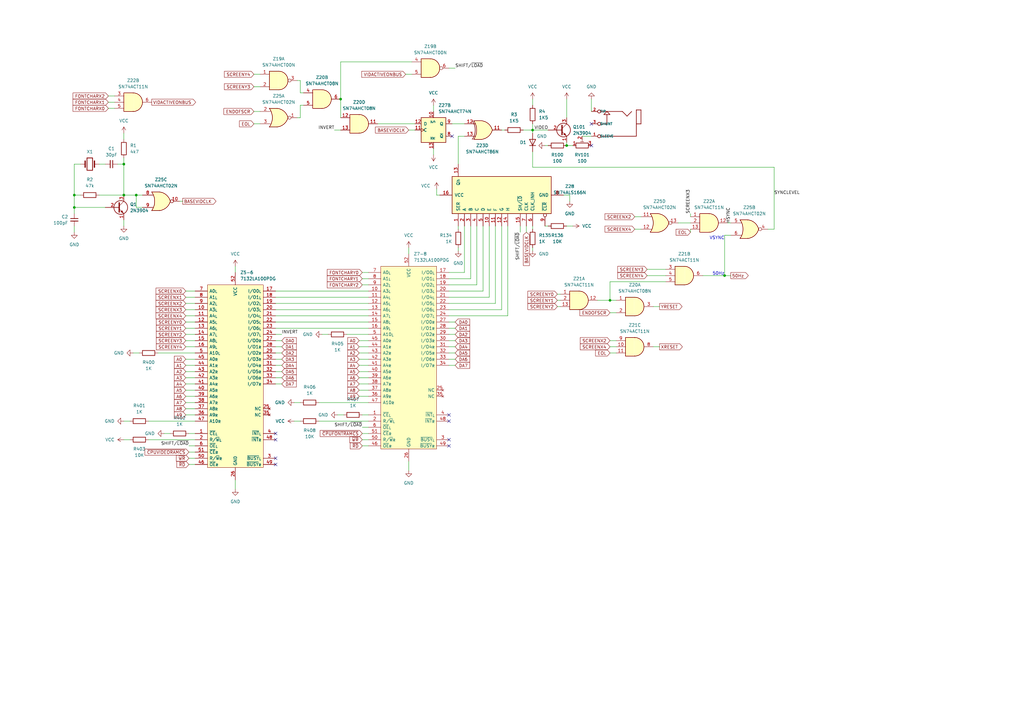
<source format=kicad_sch>
(kicad_sch (version 20211123) (generator eeschema)
  (paper "A3")
  (title_block (title "JupiterAce Z80 plus KIO and new memory format.") (date "2020-05-12") (rev "${REVNUM}") (company "Ontobus") (comment 1 "John Bradley") (comment 2 "https://creativecommons.org/licenses/by-nc-sa/4.0/") (comment 3 "Attribution-NonCommercial-ShareAlike 4.0 International License.") (comment 4 "This work is licensed under a Creative Commons "))
  (junction (at 50.8 67.31))
  (junction (at 297.18 113.03))
  (junction (at 250.19 123.19))
  (junction (at 139.7 40.64))
  (junction (at 30.48 85.09))
  (junction (at 50.8 80.01))
  (junction (at 55.88 80.01))
  (junction (at 218.44 53.34))
  (junction (at 30.48 80.01))
  (junction (at 232.41 59.69))
  (no_connect (at 242.57 59.69))
  (no_connect (at 242.57 50.8))
  (no_connect (at 184.15 182.88))
  (no_connect (at 184.15 180.34))
  (no_connect (at 184.15 172.72))
  (no_connect (at 184.15 170.18))
  (no_connect (at 113.03 190.5))
  (no_connect (at 113.03 187.96))
  (no_connect (at 113.03 180.34))
  (no_connect (at 113.03 177.8))
  (no_connect (at 185.42 55.88))
  (wire (pts (xy 73.66 82.55) (xy 74.93 82.55)))
  (wire (pts (xy 317.5 68.58) (xy 317.5 93.98)))
  (wire (pts (xy 184.15 119.38) (xy 198.12 119.38)))
  (wire (pts (xy 80.01 134.62) (xy 76.2 134.62)))
  (wire (pts (xy 151.13 144.78) (xy 147.32 144.78)))
  (wire (pts (xy 184.15 144.78) (xy 186.69 144.78)))
  (wire (pts (xy 215.9 92.71) (xy 215.9 95.25)))
  (wire (pts (xy 195.58 92.71) (xy 195.58 116.84)))
  (wire (pts (xy 267.97 125.73) (xy 270.51 125.73)))
  (wire (pts (xy 187.96 55.88) (xy 190.5 55.88)))
  (wire (pts (xy 113.03 124.46) (xy 151.13 124.46)))
  (wire (pts (xy 299.72 96.52) (xy 297.18 96.52)))
  (wire (pts (xy 53.34 172.72) (xy 50.8 172.72)))
  (wire (pts (xy 229.87 123.19) (xy 228.6 123.19)))
  (wire (pts (xy 96.52 111.76) (xy 96.52 109.22)))
  (wire (pts (xy 151.13 147.32) (xy 147.32 147.32)))
  (wire (pts (xy 283.21 88.9) (xy 283.21 87.63)))
  (wire (pts (xy 297.18 96.52) (xy 297.18 113.03)))
  (wire (pts (xy 151.13 139.7) (xy 147.32 139.7)))
  (wire (pts (xy 262.89 93.98) (xy 260.35 93.98)))
  (wire (pts (xy 30.48 95.25) (xy 30.48 92.71)))
  (wire (pts (xy 137.16 53.34) (xy 139.7 53.34)))
  (wire (pts (xy 283.21 93.98) (xy 283.21 95.25)))
  (wire (pts (xy 198.12 92.71) (xy 198.12 119.38)))
  (wire (pts (xy 213.36 92.71) (xy 213.36 95.25)))
  (wire (pts (xy 148.59 177.8) (xy 151.13 177.8)))
  (wire (pts (xy 184.15 27.94) (xy 186.69 27.94)))
  (wire (pts (xy 187.96 67.31) (xy 187.96 55.88)))
  (wire (pts (xy 147.32 154.94) (xy 151.13 154.94)))
  (wire (pts (xy 113.03 152.4) (xy 115.57 152.4)))
  (wire (pts (xy 224.79 59.69) (xy 223.52 59.69)))
  (wire (pts (xy 267.97 142.24) (xy 270.51 142.24)))
  (wire (pts (xy 139.7 25.4) (xy 168.91 25.4)))
  (wire (pts (xy 177.8 45.72) (xy 177.8 43.18)))
  (wire (pts (xy 44.45 41.91) (xy 46.99 41.91)))
  (wire (pts (xy 252.73 123.19) (xy 250.19 123.19)))
  (wire (pts (xy 40.64 67.31) (xy 43.18 67.31)))
  (wire (pts (xy 142.24 137.16) (xy 151.13 137.16)))
  (wire (pts (xy 55.88 85.09) (xy 55.88 80.01)))
  (wire (pts (xy 80.01 187.96) (xy 77.47 187.96)))
  (wire (pts (xy 184.15 139.7) (xy 186.69 139.7)))
  (wire (pts (xy 64.77 144.78) (xy 80.01 144.78)))
  (wire (pts (xy 60.96 180.34) (xy 80.01 180.34)))
  (wire (pts (xy 113.03 154.94) (xy 115.57 154.94)))
  (wire (pts (xy 232.41 48.26) (xy 232.41 40.64)))
  (wire (pts (xy 184.15 132.08) (xy 186.69 132.08)))
  (wire (pts (xy 250.19 123.19) (xy 250.19 115.57)))
  (wire (pts (xy 193.04 114.3) (xy 184.15 114.3)))
  (wire (pts (xy 228.6 125.73) (xy 229.87 125.73)))
  (wire (pts (xy 113.03 134.62) (xy 151.13 134.62)))
  (wire (pts (xy 147.32 162.56) (xy 151.13 162.56)))
  (wire (pts (xy 123.19 38.1) (xy 123.19 33.02)))
  (wire (pts (xy 265.43 113.03) (xy 273.05 113.03)))
  (wire (pts (xy 53.34 180.34) (xy 50.8 180.34)))
  (wire (pts (xy 124.46 38.1) (xy 123.19 38.1)))
  (wire (pts (xy 77.47 182.88) (xy 80.01 182.88)))
  (wire (pts (xy 80.01 160.02) (xy 76.2 160.02)))
  (wire (pts (xy 184.15 134.62) (xy 186.69 134.62)))
  (wire (pts (xy 205.74 53.34) (xy 207.01 53.34)))
  (wire (pts (xy 184.15 127) (xy 205.74 127)))
  (wire (pts (xy 148.59 114.3) (xy 151.13 114.3)))
  (wire (pts (xy 167.64 189.23) (xy 167.64 193.04)))
  (wire (pts (xy 218.44 68.58) (xy 317.5 68.58)))
  (wire (pts (xy 242.57 40.64) (xy 242.57 45.72)))
  (wire (pts (xy 232.41 59.69) (xy 234.95 59.69)))
  (wire (pts (xy 299.72 91.44) (xy 298.45 91.44)))
  (wire (pts (xy 96.52 196.85) (xy 96.52 200.66)))
  (wire (pts (xy 80.01 152.4) (xy 76.2 152.4)))
  (wire (pts (xy 134.62 137.16) (xy 132.08 137.16)))
  (wire (pts (xy 218.44 53.34) (xy 224.79 53.34)))
  (wire (pts (xy 184.15 137.16) (xy 186.69 137.16)))
  (wire (pts (xy 184.15 142.24) (xy 186.69 142.24)))
  (wire (pts (xy 148.59 170.18) (xy 151.13 170.18)))
  (wire (pts (xy 151.13 149.86) (xy 147.32 149.86)))
  (wire (pts (xy 187.96 101.6) (xy 187.96 102.87)))
  (wire (pts (xy 77.47 185.42) (xy 80.01 185.42)))
  (wire (pts (xy 80.01 154.94) (xy 76.2 154.94)))
  (wire (pts (xy 278.13 91.44) (xy 283.21 91.44)))
  (wire (pts (xy 30.48 67.31) (xy 30.48 80.01)))
  (wire (pts (xy 123.19 43.18) (xy 123.19 48.26)))
  (wire (pts (xy 232.41 92.71) (xy 234.95 92.71)))
  (wire (pts (xy 69.85 177.8) (xy 67.31 177.8)))
  (wire (pts (xy 55.88 80.01) (xy 58.42 80.01)))
  (wire (pts (xy 231.14 80.01) (xy 233.68 80.01)))
  (wire (pts (xy 113.03 137.16) (xy 115.57 137.16)))
  (wire (pts (xy 80.01 149.86) (xy 76.2 149.86)))
  (wire (pts (xy 140.97 170.18) (xy 138.43 170.18)))
  (wire (pts (xy 177.8 60.96) (xy 177.8 63.5)))
  (wire (pts (xy 184.15 124.46) (xy 203.2 124.46)))
  (wire (pts (xy 184.15 149.86) (xy 186.69 149.86)))
  (wire (pts (xy 80.01 147.32) (xy 76.2 147.32)))
  (wire (pts (xy 113.03 132.08) (xy 151.13 132.08)))
  (wire (pts (xy 76.2 162.56) (xy 80.01 162.56)))
  (wire (pts (xy 218.44 40.64) (xy 218.44 43.18)))
  (wire (pts (xy 106.68 30.48) (xy 104.14 30.48)))
  (wire (pts (xy 184.15 116.84) (xy 195.58 116.84)))
  (wire (pts (xy 48.26 67.31) (xy 50.8 67.31)))
  (wire (pts (xy 113.03 119.38) (xy 151.13 119.38)))
  (wire (pts (xy 50.8 57.15) (xy 50.8 54.61)))
  (wire (pts (xy 80.01 129.54) (xy 76.2 129.54)))
  (wire (pts (xy 228.6 120.65) (xy 229.87 120.65)))
  (wire (pts (xy 113.03 127) (xy 151.13 127)))
  (wire (pts (xy 50.8 90.17) (xy 50.8 92.71)))
  (wire (pts (xy 184.15 121.92) (xy 200.66 121.92)))
  (wire (pts (xy 232.41 58.42) (xy 232.41 59.69)))
  (wire (pts (xy 167.64 53.34) (xy 170.18 53.34)))
  (wire (pts (xy 190.5 92.71) (xy 190.5 111.76)))
  (wire (pts (xy 148.59 175.26) (xy 151.13 175.26)))
  (wire (pts (xy 80.01 132.08) (xy 76.2 132.08)))
  (wire (pts (xy 187.96 93.98) (xy 187.96 92.71)))
  (wire (pts (xy 113.03 144.78) (xy 115.57 144.78)))
  (wire (pts (xy 30.48 85.09) (xy 30.48 87.63)))
  (wire (pts (xy 193.04 92.71) (xy 193.04 114.3)))
  (wire (pts (xy 121.92 48.26) (xy 123.19 48.26)))
  (wire (pts (xy 123.19 165.1) (xy 120.65 165.1)))
  (wire (pts (xy 57.15 144.78) (xy 54.61 144.78)))
  (wire (pts (xy 50.8 64.77) (xy 50.8 67.31)))
  (wire (pts (xy 46.99 39.37) (xy 44.45 39.37)))
  (wire (pts (xy 151.13 142.24) (xy 147.32 142.24)))
  (wire (pts (xy 80.01 121.92) (xy 76.2 121.92)))
  (wire (pts (xy 50.8 80.01) (xy 55.88 80.01)))
  (wire (pts (xy 250.19 142.24) (xy 252.73 142.24)))
  (wire (pts (xy 288.29 113.03) (xy 297.18 113.03)))
  (wire (pts (xy 148.59 111.76) (xy 151.13 111.76)))
  (wire (pts (xy 218.44 92.71) (xy 218.44 93.98)))
  (wire (pts (xy 113.03 157.48) (xy 115.57 157.48)))
  (wire (pts (xy 130.81 165.1) (xy 151.13 165.1)))
  (wire (pts (xy 113.03 149.86) (xy 115.57 149.86)))
  (wire (pts (xy 80.01 137.16) (xy 76.2 137.16)))
  (wire (pts (xy 218.44 101.6) (xy 218.44 102.87)))
  (wire (pts (xy 151.13 182.88) (xy 148.59 182.88)))
  (wire (pts (xy 151.13 152.4) (xy 147.32 152.4)))
  (wire (pts (xy 80.01 127) (xy 76.2 127)))
  (wire (pts (xy 218.44 54.61) (xy 218.44 53.34)))
  (wire (pts (xy 190.5 50.8) (xy 185.42 50.8)))
  (wire (pts (xy 113.03 147.32) (xy 115.57 147.32)))
  (wire (pts (xy 151.13 180.34) (xy 148.59 180.34)))
  (wire (pts (xy 139.7 25.4) (xy 139.7 40.64)))
  (wire (pts (xy 77.47 177.8) (xy 80.01 177.8)))
  (wire (pts (xy 106.68 50.8) (xy 104.14 50.8)))
  (wire (pts (xy 218.44 62.23) (xy 218.44 68.58)))
  (wire (pts (xy 147.32 160.02) (xy 151.13 160.02)))
  (wire (pts (xy 30.48 80.01) (xy 33.02 80.01)))
  (wire (pts (xy 106.68 45.72) (xy 104.14 45.72)))
  (wire (pts (xy 250.19 115.57) (xy 273.05 115.57)))
  (wire (pts (xy 80.01 124.46) (xy 76.2 124.46)))
  (wire (pts (xy 80.01 157.48) (xy 76.2 157.48)))
  (wire (pts (xy 205.74 92.71) (xy 205.74 127)))
  (wire (pts (xy 148.59 116.84) (xy 151.13 116.84)))
  (wire (pts (xy 60.96 172.72) (xy 80.01 172.72)))
  (wire (pts (xy 223.52 92.71) (xy 224.79 92.71)))
  (wire (pts (xy 242.57 55.88) (xy 238.76 55.88)))
  (wire (pts (xy 314.96 93.98) (xy 317.5 93.98)))
  (wire (pts (xy 262.89 88.9) (xy 260.35 88.9)))
  (wire (pts (xy 147.32 157.48) (xy 151.13 157.48)))
  (wire (pts (xy 30.48 80.01) (xy 30.48 85.09)))
  (wire (pts (xy 123.19 172.72) (xy 120.65 172.72)))
  (wire (pts (xy 184.15 129.54) (xy 208.28 129.54)))
  (wire (pts (xy 76.2 165.1) (xy 80.01 165.1)))
  (wire (pts (xy 124.46 43.18) (xy 123.19 43.18)))
  (wire (pts (xy 179.07 80.01) (xy 179.07 77.47)))
  (wire (pts (xy 167.64 104.14) (xy 167.64 101.6)))
  (wire (pts (xy 214.63 53.34) (xy 218.44 53.34)))
  (wire (pts (xy 250.19 139.7) (xy 252.73 139.7)))
  (wire (pts (xy 40.64 80.01) (xy 50.8 80.01)))
  (wire (pts (xy 233.68 82.55) (xy 233.68 80.01)))
  (wire (pts (xy 139.7 40.64) (xy 139.7 48.26)))
  (wire (pts (xy 46.99 44.45) (xy 44.45 44.45)))
  (wire (pts (xy 180.34 80.01) (xy 179.07 80.01)))
  (wire (pts (xy 113.03 139.7) (xy 115.57 139.7)))
  (wire (pts (xy 113.03 142.24) (xy 115.57 142.24)))
  (wire (pts (xy 113.03 121.92) (xy 151.13 121.92)))
  (wire (pts (xy 208.28 92.71) (xy 208.28 129.54)))
  (wire (pts (xy 203.2 92.71) (xy 203.2 124.46)))
  (wire (pts (xy 154.94 50.8) (xy 170.18 50.8)))
  (wire (pts (xy 130.81 172.72) (xy 151.13 172.72)))
  (wire (pts (xy 184.15 111.76) (xy 190.5 111.76)))
  (wire (pts (xy 80.01 142.24) (xy 76.2 142.24)))
  (wire (pts (xy 30.48 67.31) (xy 33.02 67.31)))
  (wire (pts (xy 123.19 33.02) (xy 121.92 33.02)))
  (wire (pts (xy 265.43 110.49) (xy 273.05 110.49)))
  (wire (pts (xy 250.19 144.78) (xy 252.73 144.78)))
  (wire (pts (xy 297.18 113.03) (xy 299.72 113.03)))
  (wire (pts (xy 80.01 139.7) (xy 76.2 139.7)))
  (wire (pts (xy 166.37 30.48) (xy 168.91 30.48)))
  (wire (pts (xy 184.15 147.32) (xy 186.69 147.32)))
  (wire (pts (xy 76.2 170.18) (xy 80.01 170.18)))
  (wire (pts (xy 252.73 128.27) (xy 250.19 128.27)))
  (wire (pts (xy 50.8 67.31) (xy 50.8 80.01)))
  (wire (pts (xy 80.01 190.5) (xy 77.47 190.5)))
  (wire (pts (xy 30.48 85.09) (xy 43.18 85.09)))
  (wire (pts (xy 106.68 35.56) (xy 104.14 35.56)))
  (wire (pts (xy 200.66 92.71) (xy 200.66 121.92)))
  (wire (pts (xy 113.03 129.54) (xy 151.13 129.54)))
  (wire (pts (xy 250.19 123.19) (xy 245.11 123.19)))
  (wire (pts (xy 80.01 119.38) (xy 76.2 119.38)))
  (wire (pts (xy 218.44 50.8) (xy 218.44 53.34)))
  (wire (pts (xy 76.2 167.64) (xy 80.01 167.64)))
  (wire (pts (xy 55.88 85.09) (xy 58.42 85.09)))
  (text "50Hz" (at 297.18 113.03 180) (effects (font (size 1.27 1.27)) (justify right bottom)))
  (text "VSYNC" (at 297.18 98.425 180) (effects (font (size 1.27 1.27)) (justify right bottom)))
  (label "SCREENX3" (at 283.21 87.63 90))
  (label "SHIFT{slash}~{LOAD}" (at 77.47 182.88 180))
  (label "HSYNC" (at 299.72 91.44 90))
  (label "SYNCLEVEL" (at 317.5 80.01 0))
  (label "SHIFT{slash}~{LOAD}" (at 186.69 27.94 0))
  (label "INVERT" (at 137.16 53.34 180))
  (label "VIDEO" (at 224.79 53.34 0))
  (label "SHIFT{slash}~{LOAD}" (at 213.36 95.25 270))
  (label "SHIFT{slash}~{LOAD}" (at 148.59 175.26 180))
  (label "INVERT" (at 115.57 137.16 0))
  (global_label "A0" (shape input) (at 147.32 139.7 180) (property "Intersheet References" "${INTERSHEET_REFS}" (at 142.6977 139.6206 0) (effects (justify right))))
  (global_label "~{WR}" (shape input) (at 77.47 187.96 180) (property "Intersheet References" "${INTERSHEET_REFS}" (at 72.4244 187.8806 0) (effects (justify right))))
  (global_label "SCREENX3" (shape input) (at 76.2 127 180) (property "Intersheet References" "${INTERSHEET_REFS}" (at 64.0787 126.9206 0) (effects (justify right))))
  (global_label "A3" (shape input) (at 76.2 154.94 180) (property "Intersheet References" "${INTERSHEET_REFS}" (at 71.5777 154.8606 0) (effects (justify right))))
  (global_label "~{CPUVIDEORAMCS}" (shape input) (at 77.47 185.42 180) (property "Intersheet References" "${INTERSHEET_REFS}" (at 59.5429 185.3406 0) (effects (justify right))))
  (global_label "ENDOFSCR" (shape input) (at 104.14 45.72 180) (property "Intersheet References" "${INTERSHEET_REFS}" (at 91.8977 45.6406 0) (effects (justify right))))
  (global_label "DA0" (shape input) (at 115.57 139.7 0) (property "Intersheet References" "${INTERSHEET_REFS}" (at 121.4623 139.6206 0) (effects (justify left))))
  (global_label "~{RD}" (shape input) (at 77.47 190.5 180) (property "Intersheet References" "${INTERSHEET_REFS}" (at 72.6058 190.4206 0) (effects (justify right))))
  (global_label "DA3" (shape input) (at 115.57 147.32 0) (property "Intersheet References" "${INTERSHEET_REFS}" (at 121.4623 147.2406 0) (effects (justify left))))
  (global_label "~{CPUFONTRAMCS}" (shape input) (at 148.59 177.8 180) (property "Intersheet References" "${INTERSHEET_REFS}" (at 131.3887 177.7206 0) (effects (justify right))))
  (global_label "SCREENX4" (shape input) (at 260.35 93.98 180) (property "Intersheet References" "${INTERSHEET_REFS}" (at 248.2287 93.9006 0) (effects (justify right))))
  (global_label "SCREENY2" (shape input) (at 76.2 137.16 180) (property "Intersheet References" "${INTERSHEET_REFS}" (at 64.1996 137.0806 0) (effects (justify right))))
  (global_label "DA7" (shape input) (at 115.57 157.48 0) (property "Intersheet References" "${INTERSHEET_REFS}" (at 121.4623 157.4006 0) (effects (justify left))))
  (global_label "A7" (shape input) (at 76.2 165.1 180) (property "Intersheet References" "${INTERSHEET_REFS}" (at 71.5777 165.0206 0) (effects (justify right))))
  (global_label "DA4" (shape input) (at 186.69 142.24 0) (property "Intersheet References" "${INTERSHEET_REFS}" (at 192.5823 142.1606 0) (effects (justify left))))
  (global_label "DA5" (shape input) (at 186.69 144.78 0) (property "Intersheet References" "${INTERSHEET_REFS}" (at 192.5823 144.7006 0) (effects (justify left))))
  (global_label "SCREENY2" (shape input) (at 228.6 125.73 180) (property "Intersheet References" "${INTERSHEET_REFS}" (at 216.5996 125.6506 0) (effects (justify right))))
  (global_label "DA3" (shape input) (at 186.69 139.7 0) (property "Intersheet References" "${INTERSHEET_REFS}" (at 192.5823 139.6206 0) (effects (justify left))))
  (global_label "DA0" (shape input) (at 186.69 132.08 0) (property "Intersheet References" "${INTERSHEET_REFS}" (at 192.5823 132.0006 0) (effects (justify left))))
  (global_label "~{RD}" (shape input) (at 148.59 182.88 180) (property "Intersheet References" "${INTERSHEET_REFS}" (at 143.7258 182.8006 0) (effects (justify right))))
  (global_label "A6" (shape input) (at 76.2 162.56 180) (property "Intersheet References" "${INTERSHEET_REFS}" (at 71.5777 162.4806 0) (effects (justify right))))
  (global_label "FONTCHARX2" (shape input) (at 44.45 39.37 180) (property "Intersheet References" "${INTERSHEET_REFS}" (at 30.0306 39.2906 0) (effects (justify right))))
  (global_label "FONTCHARY0" (shape input) (at 148.59 111.76 180) (property "Intersheet References" "${INTERSHEET_REFS}" (at 134.2915 111.6806 0) (effects (justify right))))
  (global_label "DA6" (shape input) (at 115.57 154.94 0) (property "Intersheet References" "${INTERSHEET_REFS}" (at 121.4623 154.8606 0) (effects (justify left))))
  (global_label "A4" (shape input) (at 76.2 157.48 180) (property "Intersheet References" "${INTERSHEET_REFS}" (at 71.5777 157.4006 0) (effects (justify right))))
  (global_label "ENDOFSCR" (shape input) (at 250.19 128.27 180) (property "Intersheet References" "${INTERSHEET_REFS}" (at 237.9477 128.1906 0) (effects (justify right))))
  (global_label "XRESET" (shape output) (at 270.51 142.24 0) (property "Intersheet References" "${INTERSHEET_REFS}" (at 279.789 142.1606 0) (effects (justify left))))
  (global_label "DA4" (shape input) (at 115.57 149.86 0) (property "Intersheet References" "${INTERSHEET_REFS}" (at 121.4623 149.7806 0) (effects (justify left))))
  (global_label "A8" (shape input) (at 147.32 160.02 180) (property "Intersheet References" "${INTERSHEET_REFS}" (at 142.6977 159.9406 0) (effects (justify right))))
  (global_label "YRESET" (shape output) (at 270.51 125.73 0) (property "Intersheet References" "${INTERSHEET_REFS}" (at 279.668 125.6506 0) (effects (justify left))))
  (global_label "A4" (shape input) (at 147.32 149.86 180) (property "Intersheet References" "${INTERSHEET_REFS}" (at 142.6977 149.7806 0) (effects (justify right))))
  (global_label "FONTCHARY1" (shape input) (at 148.59 114.3 180) (property "Intersheet References" "${INTERSHEET_REFS}" (at 134.2915 114.2206 0) (effects (justify right))))
  (global_label "DA2" (shape input) (at 115.57 144.78 0) (property "Intersheet References" "${INTERSHEET_REFS}" (at 121.4623 144.7006 0) (effects (justify left))))
  (global_label "SCREENY4" (shape input) (at 265.43 113.03 180) (property "Intersheet References" "${INTERSHEET_REFS}" (at 253.4296 112.9506 0) (effects (justify right))))
  (global_label "VIDACTIVEONBUS" (shape input) (at 166.37 30.48 180) (property "Intersheet References" "${INTERSHEET_REFS}" (at 148.4429 30.4006 0) (effects (justify right))))
  (global_label "EOL" (shape input) (at 104.14 50.8 180) (property "Intersheet References" "${INTERSHEET_REFS}" (at 98.3082 50.7206 0) (effects (justify right))))
  (global_label "SCREENY0" (shape input) (at 228.6 120.65 180) (property "Intersheet References" "${INTERSHEET_REFS}" (at 216.5996 120.5706 0) (effects (justify right))))
  (global_label "DA1" (shape input) (at 186.69 134.62 0) (property "Intersheet References" "${INTERSHEET_REFS}" (at 192.5823 134.5406 0) (effects (justify left))))
  (global_label "A5" (shape input) (at 147.32 152.4 180) (property "Intersheet References" "${INTERSHEET_REFS}" (at 142.6977 152.3206 0) (effects (justify right))))
  (global_label "SCREENX2" (shape input) (at 76.2 124.46 180) (property "Intersheet References" "${INTERSHEET_REFS}" (at 64.0787 124.3806 0) (effects (justify right))))
  (global_label "A8" (shape input) (at 76.2 167.64 180) (property "Intersheet References" "${INTERSHEET_REFS}" (at 71.5777 167.5606 0) (effects (justify right))))
  (global_label "A6" (shape input) (at 147.32 154.94 180) (property "Intersheet References" "${INTERSHEET_REFS}" (at 142.6977 154.8606 0) (effects (justify right))))
  (global_label "SCREENY3" (shape input) (at 265.43 110.49 180) (property "Intersheet References" "${INTERSHEET_REFS}" (at 253.4296 110.4106 0) (effects (justify right))))
  (global_label "A2" (shape input) (at 76.2 152.4 180) (property "Intersheet References" "${INTERSHEET_REFS}" (at 71.5777 152.3206 0) (effects (justify right))))
  (global_label "A5" (shape input) (at 76.2 160.02 180) (property "Intersheet References" "${INTERSHEET_REFS}" (at 71.5777 159.9406 0) (effects (justify right))))
  (global_label "FONTCHARX1" (shape input) (at 44.45 41.91 180) (property "Intersheet References" "${INTERSHEET_REFS}" (at 30.0306 41.8306 0) (effects (justify right))))
  (global_label "A9" (shape input) (at 76.2 170.18 180) (property "Intersheet References" "${INTERSHEET_REFS}" (at 71.5777 170.1006 0) (effects (justify right))))
  (global_label "BASEVIDCLK" (shape input) (at 215.9 95.25 270) (property "Intersheet References" "${INTERSHEET_REFS}" (at 215.8206 108.8228 90) (effects (justify right))))
  (global_label "EOL" (shape input) (at 283.21 95.25 180) (property "Intersheet References" "${INTERSHEET_REFS}" (at 277.3782 95.1706 0) (effects (justify right))))
  (global_label "DA5" (shape input) (at 115.57 152.4 0) (property "Intersheet References" "${INTERSHEET_REFS}" (at 121.4623 152.3206 0) (effects (justify left))))
  (global_label "SCREENY3" (shape input) (at 76.2 139.7 180) (property "Intersheet References" "${INTERSHEET_REFS}" (at 64.1996 139.6206 0) (effects (justify right))))
  (global_label "50Hz" (shape output) (at 299.72 113.03 0) (property "Intersheet References" "${INTERSHEET_REFS}" (at 306.8218 112.9506 0) (effects (justify left))))
  (global_label "BASEVIDCLK" (shape input) (at 167.64 53.34 180) (property "Intersheet References" "${INTERSHEET_REFS}" (at 154.0672 53.2606 0) (effects (justify right))))
  (global_label "DA2" (shape input) (at 186.69 137.16 0) (property "Intersheet References" "${INTERSHEET_REFS}" (at 192.5823 137.0806 0) (effects (justify left))))
  (global_label "SCREENY4" (shape input) (at 76.2 142.24 180) (property "Intersheet References" "${INTERSHEET_REFS}" (at 64.1996 142.1606 0) (effects (justify right))))
  (global_label "SCREENX0" (shape input) (at 76.2 119.38 180) (property "Intersheet References" "${INTERSHEET_REFS}" (at 64.0787 119.3006 0) (effects (justify right))))
  (global_label "SCREENX1" (shape input) (at 76.2 121.92 180) (property "Intersheet References" "${INTERSHEET_REFS}" (at 64.0787 121.8406 0) (effects (justify right))))
  (global_label "SCREENY1" (shape input) (at 76.2 134.62 180) (property "Intersheet References" "${INTERSHEET_REFS}" (at 64.1996 134.5406 0) (effects (justify right))))
  (global_label "SCREENX2" (shape input) (at 260.35 88.9 180) (property "Intersheet References" "${INTERSHEET_REFS}" (at 248.2287 88.8206 0) (effects (justify right))))
  (global_label "A1" (shape input) (at 147.32 142.24 180) (property "Intersheet References" "${INTERSHEET_REFS}" (at 142.6977 142.1606 0) (effects (justify right))))
  (global_label "BASEVIDCLK" (shape output) (at 74.93 82.55 0) (property "Intersheet References" "${INTERSHEET_REFS}" (at 88.5028 82.4706 0) (effects (justify left))))
  (global_label "SCREENX2" (shape input) (at 250.19 139.7 180) (property "Intersheet References" "${INTERSHEET_REFS}" (at 238.0687 139.6206 0) (effects (justify right))))
  (global_label "A3" (shape input) (at 147.32 147.32 180) (property "Intersheet References" "${INTERSHEET_REFS}" (at 142.6977 147.2406 0) (effects (justify right))))
  (global_label "SCREENX4" (shape input) (at 76.2 129.54 180) (property "Intersheet References" "${INTERSHEET_REFS}" (at 64.0787 129.4606 0) (effects (justify right))))
  (global_label "FONTCHARX0" (shape input) (at 44.45 44.45 180) (property "Intersheet References" "${INTERSHEET_REFS}" (at 30.0306 44.3706 0) (effects (justify right))))
  (global_label "DA6" (shape input) (at 186.69 147.32 0) (property "Intersheet References" "${INTERSHEET_REFS}" (at 192.5823 147.2406 0) (effects (justify left))))
  (global_label "SCREENY3" (shape input) (at 104.14 35.56 180) (property "Intersheet References" "${INTERSHEET_REFS}" (at 92.1396 35.4806 0) (effects (justify right))))
  (global_label "DA7" (shape input) (at 186.69 149.86 0) (property "Intersheet References" "${INTERSHEET_REFS}" (at 192.5823 149.7806 0) (effects (justify left))))
  (global_label "SCREENY0" (shape input) (at 76.2 132.08 180) (property "Intersheet References" "${INTERSHEET_REFS}" (at 64.1996 132.0006 0) (effects (justify right))))
  (global_label "EOL" (shape input) (at 250.19 144.78 180) (property "Intersheet References" "${INTERSHEET_REFS}" (at 244.3582 144.7006 0) (effects (justify right))))
  (global_label "SCREENY1" (shape input) (at 228.6 123.19 180) (property "Intersheet References" "${INTERSHEET_REFS}" (at 216.5996 123.1106 0) (effects (justify right))))
  (global_label "A9" (shape input) (at 147.32 162.56 180) (property "Intersheet References" "${INTERSHEET_REFS}" (at 142.6977 162.4806 0) (effects (justify right))))
  (global_label "VIDACTIVEONBUS" (shape output) (at 62.23 41.91 0) (property "Intersheet References" "${INTERSHEET_REFS}" (at 80.1571 41.8306 0) (effects (justify left))))
  (global_label "A7" (shape input) (at 147.32 157.48 180) (property "Intersheet References" "${INTERSHEET_REFS}" (at 142.6977 157.4006 0) (effects (justify right))))
  (global_label "A0" (shape input) (at 76.2 147.32 180) (property "Intersheet References" "${INTERSHEET_REFS}" (at 71.5777 147.2406 0) (effects (justify right))))
  (global_label "A1" (shape input) (at 76.2 149.86 180) (property "Intersheet References" "${INTERSHEET_REFS}" (at 71.5777 149.7806 0) (effects (justify right))))
  (global_label "A2" (shape input) (at 147.32 144.78 180) (property "Intersheet References" "${INTERSHEET_REFS}" (at 142.6977 144.7006 0) (effects (justify right))))
  (global_label "SCREENX4" (shape input) (at 250.19 142.24 180) (property "Intersheet References" "${INTERSHEET_REFS}" (at 238.0687 142.1606 0) (effects (justify right))))
  (global_label "SCREENY4" (shape input) (at 104.14 30.48 180) (property "Intersheet References" "${INTERSHEET_REFS}" (at 92.1396 30.4006 0) (effects (justify right))))
  (global_label "DA1" (shape input) (at 115.57 142.24 0) (property "Intersheet References" "${INTERSHEET_REFS}" (at 121.4623 142.1606 0) (effects (justify left))))
  (global_label "~{WR}" (shape input) (at 148.59 180.34 180) (property "Intersheet References" "${INTERSHEET_REFS}" (at 143.5444 180.2606 0) (effects (justify right))))
  (global_label "FONTCHARY2" (shape input) (at 148.59 116.84 180) (property "Intersheet References" "${INTERSHEET_REFS}" (at 134.2915 116.7606 0) (effects (justify right))))
  (symbol (lib_id "ExtraSymbols:IDT71321-421-52PIN-PLCC") (at 80.01 119.38 0) (unit 1)
    (property "Reference" "Z5-6" (at 98.5394 111.76 0) (effects (justify left)))
    (property "Value" "7132LA100PDG" (at 98.5394 114.3 0) (effects (justify left)))
    (property "Footprint" "ExtraFootprints:PLCC-52_THT-Socket" (effects hide))
    (property "Datasheet" "https://www.idt.com/document/dst/71321421-datasheet" (effects hide))
    (property "Manufacturer_Name" "IDT (Integrated Device Technology)" (effects hide))
    (property "Manufacturer_Part_Number" "7132LA100PDG" (effects hide))
    (property "Description" "SRAM 2K x 8 Dual-Port RAM Memory & Logic/ Master" (effects hide))
    (property "Height" "3.8" (effects hide))
  )
  (symbol (lib_id "power:GND") (at 242.57 40.64 180) (unit 1)
    (property "Reference" "#~SUPPLY0102" (effects hide))
    (property "Value" "GND" (at 242.57 35.56 0))
  )
  (symbol (lib_id "Transistor_BJT:2N3904") (at 229.87 53.34 0) (unit 1)
    (property "Reference" "Q101" (at 234.95 52.0699 0) (effects (justify left)))
    (property "Value" "2N3904" (at 234.95 54.6099 0) (effects (justify left)))
    (property "Footprint" "Package_TO_SOT_THT:TO-92_Inline" (effects hide))
    (property "Datasheet" "https://www.onsemi.com/pub/Collateral/2N3903-D.PDF" (effects hide))
    (property "Manufacturer_Part_Number" "2N3904" (effects hide))
  )
  (symbol (lib_id "power:GND") (at 223.52 59.69 270) (unit 1)
    (property "Reference" "#~SUPPLY0101" (effects hide))
    (property "Value" "GND" (at 222.25 55.88 90))
  )
  (symbol (lib_id "power:VCC") (at 232.41 40.64 0) (unit 1)
    (property "Reference" "#~P+0101" (effects hide))
    (property "Value" "VCC" (at 232.41 35.56 0))
  )
  (symbol (lib_id "Device:R") (at 228.6 59.69 270) (unit 1)
    (property "Reference" "R100" (at 228.6 63.5 90))
    (property "Value" "100" (at 228.6 66.04 90))
    (property "Footprint" "Resistor_THT:R_Axial_DIN0204_L3.6mm_D1.6mm_P1.90mm_Vertical" (effects hide))
    (property "Manufacturer_Name" "Vishay" (effects hide))
    (property "Manufacturer_Part_Number" "MBA02040C1000FRP00 " (effects hide))
  )
  (symbol (lib_id "power:VCC") (at 96.52 109.22 0) (unit 1)
    (property "Reference" "#~PWR0166" (effects hide))
    (property "Value" "VCC" (at 96.52 104.14 0))
  )
  (symbol (lib_id "ExtraSymbols:IDT71321-421-52PIN-PLCC") (at 151.13 111.76 0) (unit 1)
    (property "Reference" "Z7-8" (at 169.6594 104.14 0) (effects (justify left)))
    (property "Value" "7132LA100PDG" (at 169.6594 106.68 0) (effects (justify left)))
    (property "Footprint" "ExtraFootprints:PLCC-52_THT-Socket" (effects hide))
    (property "Datasheet" "https://www.idt.com/document/dst/71321421-datasheet" (effects hide))
    (property "Manufacturer_Name" "IDT (Integrated Device Technology)" (effects hide))
    (property "Manufacturer_Part_Number" "7132LA100PDG" (effects hide))
    (property "Description" "SRAM 2K x 8 Dual-Port RAM Memory & Logic/ Master" (effects hide))
    (property "Height" "3.8" (effects hide))
  )
  (symbol (lib_id "power:GND") (at 96.52 200.66 0) (unit 1)
    (property "Reference" "#~PWR0168" (effects hide))
    (property "Value" "GND" (at 96.52 205.74 0))
  )
  (symbol (lib_id "Diode:1N4148") (at 218.44 58.42 90) (unit 1)
    (property "Reference" "D1" (at 215.9 58.4199 90) (effects (justify left)))
    (property "Value" "1N4148" (effects hide))
    (property "Footprint" "Diode_THT:D_DO-35_SOD27_P2.54mm_Vertical_AnodeUp" (effects hide))
    (property "Datasheet" "https://assets.nexperia.com/documents/data-sheet/1N4148_1N4448.pdf" (effects hide))
    (property "Manufacturer_Name" "ON Semiconductor" (effects hide))
    (property "Manufacturer_Part_Number" "1N4148" (effects hide))
  )
  (symbol (lib_id "Device:R_Potentiometer_Trim") (at 238.76 59.69 90) (unit 1)
    (property "Reference" "RV101" (at 238.76 63.5 90))
    (property "Value" "100" (at 238.76 66.04 90))
    (property "Footprint" "Potentiometer_THT:Potentiometer_Bourns_3296W_Vertical" (effects hide))
    (property "Manufacturer_Name" "Bourns" (effects hide))
    (property "Manufacturer_Part_Number" "3362H-1-101LF" (effects hide))
  )
  (symbol (lib_id "74xx:74LS74") (at 177.8 53.34 0) (unit 2)
    (property "Reference" "Z27" (at 179.8194 43.18 0) (effects (justify left)))
    (property "Value" "SN74AHCT74N" (at 179.8194 45.72 0) (effects (justify left)))
    (property "Footprint" "Package_DIP:DIP-14_W7.62mm" (effects hide))
    (property "Datasheet" "74xx/74hc_hct74.pdf" (effects hide))
    (property "Manufacturer_Part_Number" "SN74AHCT74N" (effects hide))
    (property "Manufacturer_Name" "Texas Instruments" (effects hide))
  )
  (symbol (lib_id "Device:R") (at 210.82 53.34 270) (unit 1)
    (property "Reference" "R3" (at 210.82 46.99 90))
    (property "Value" "1K5" (at 210.82 49.53 90))
    (property "Footprint" "Resistor_THT:R_Axial_DIN0204_L3.6mm_D1.6mm_P1.90mm_Vertical" (effects hide))
    (property "Manufacturer_Name" "Vishay" (effects hide))
    (property "Manufacturer_Part_Number" "MBA02040C1501FC100" (effects hide))
  )
  (symbol (lib_id "74xx:74LS00") (at 114.3 33.02 0) (unit 1)
    (property "Reference" "Z19" (at 114.3 24.13 0))
    (property "Value" "SN74AHCT00N" (at 114.3 26.67 0))
    (property "Footprint" "Package_DIP:DIP-14_W7.62mm" (effects hide))
    (property "Datasheet" "http://www.ti.com/lit/gpn/sn74ls00" (effects hide))
    (property "Manufacturer_Part_Number" "SN74AHCT00N" (effects hide))
    (property "Manufacturer_Name" "Texas Instruments" (effects hide))
  )
  (symbol (lib_id "74xx:74LS00") (at 176.53 27.94 0) (unit 2)
    (property "Reference" "Z19" (at 176.53 19.05 0))
    (property "Value" "SN74AHCT00N" (at 176.53 21.59 0))
    (property "Footprint" "Package_DIP:DIP-14_W7.62mm" (effects hide))
    (property "Datasheet" "http://www.ti.com/lit/gpn/sn74ls00" (effects hide))
    (property "Manufacturer_Part_Number" "SN74AHCT00N" (effects hide))
    (property "Manufacturer_Name" "Texas Instruments" (effects hide))
  )
  (symbol (lib_id "74xx:74LS02") (at 114.3 48.26 0) (unit 1)
    (property "Reference" "Z25" (at 114.3 39.37 0))
    (property "Value" "SN74AHCT02N" (at 114.3 41.91 0))
    (property "Footprint" "Package_DIP:DIP-14_W7.62mm" (effects hide))
    (property "Datasheet" "http://www.ti.com/lit/gpn/sn74ls02" (effects hide))
    (property "Manufacturer_Part_Number" "SN74AHCT02N" (effects hide))
    (property "Manufacturer_Name" "Texas Instruments" (effects hide))
  )
  (symbol (lib_id "74xx:74LS02") (at 307.34 93.98 0) (unit 2)
    (property "Reference" "Z25" (at 307.34 85.09 0))
    (property "Value" "SN74AHCT02N" (at 307.34 87.63 0))
    (property "Footprint" "Package_DIP:DIP-14_W7.62mm" (effects hide))
    (property "Datasheet" "http://www.ti.com/lit/gpn/sn74ls02" (effects hide))
    (property "Manufacturer_Part_Number" "SN74AHCT02N" (effects hide))
    (property "Manufacturer_Name" "Texas Instruments" (effects hide))
  )
  (symbol (lib_id "74xx:74LS02") (at 270.51 91.44 0) (unit 4)
    (property "Reference" "Z25" (at 270.51 82.55 0))
    (property "Value" "SN74AHCT02N" (at 270.51 85.09 0))
    (property "Footprint" "Package_DIP:DIP-14_W7.62mm" (effects hide))
    (property "Datasheet" "http://www.ti.com/lit/gpn/sn74ls02" (effects hide))
    (property "Manufacturer_Part_Number" "SN74AHCT02N" (effects hide))
    (property "Manufacturer_Name" "Texas Instruments" (effects hide))
  )
  (symbol (lib_id "power:VCC") (at 234.95 92.71 270) (unit 1)
    (property "Reference" "#~PWR0125" (effects hide))
    (property "Value" "VCC" (at 238.76 92.7099 90) (effects (justify left)))
  )
  (symbol (lib_id "power:GND") (at 187.96 102.87 0) (unit 1)
    (property "Reference" "#~PWR0126" (effects hide))
    (property "Value" "GND" (at 187.96 107.95 0))
  )
  (symbol (lib_id "74xx:74LS08") (at 260.35 125.73 0) (unit 1)
    (property "Reference" "Z20" (at 260.35 116.84 0))
    (property "Value" "SN74AHCT08N" (at 260.35 119.38 0))
    (property "Footprint" "Package_DIP:DIP-14_W7.62mm" (effects hide))
    (property "Datasheet" "http://www.ti.com/lit/gpn/sn74LS08" (effects hide))
    (property "Manufacturer_Part_Number" "SN74AHCT08N" (effects hide))
    (property "Manufacturer_Name" "Texas Instruments" (effects hide))
  )
  (symbol (lib_id "74xx:74LS08") (at 132.08 40.64 0) (unit 2)
    (property "Reference" "Z20" (at 132.08 31.75 0))
    (property "Value" "SN74AHCT08N" (at 132.08 34.29 0))
    (property "Footprint" "Package_DIP:DIP-14_W7.62mm" (effects hide))
    (property "Datasheet" "http://www.ti.com/lit/gpn/sn74LS08" (effects hide))
    (property "Manufacturer_Part_Number" "SN74AHCT08N" (effects hide))
    (property "Manufacturer_Name" "Texas Instruments" (effects hide))
  )
  (symbol (lib_id "74xx:74LS08") (at 147.32 50.8 0) (unit 4)
    (property "Reference" "Z20" (at 147.32 41.91 0))
    (property "Value" "SN74AHCT08N" (at 147.32 44.45 0))
    (property "Footprint" "Package_DIP:DIP-14_W7.62mm" (effects hide))
    (property "Datasheet" "http://www.ti.com/lit/gpn/sn74LS08" (effects hide))
    (property "Manufacturer_Part_Number" "SN74AHCT08N" (effects hide))
    (property "Manufacturer_Name" "Texas Instruments" (effects hide))
  )
  (symbol (lib_id "power:VCC") (at 179.07 77.47 0) (unit 1)
    (property "Reference" "#~PWR0111" (effects hide))
    (property "Value" "VCC" (at 176.53 76.1999 0) (effects (justify right)))
  )
  (symbol (lib_id "power:GND") (at 233.68 82.55 0) (unit 1)
    (property "Reference" "#~PWR0113" (effects hide))
    (property "Value" "GND" (at 233.68 87.63 0))
  )
  (symbol (lib_id "74xx:74LS11") (at 290.83 91.44 0) (unit 1)
    (property "Reference" "Z22" (at 290.83 82.55 0))
    (property "Value" "SN74ACT11N" (at 290.83 85.09 0))
    (property "Footprint" "Package_DIP:DIP-14_W7.62mm" (effects hide))
    (property "Datasheet" "http://www.ti.com/lit/gpn/sn74LS11" (effects hide))
    (property "Manufacturer_Part_Number" "SN74ACT11N" (effects hide))
    (property "Manufacturer_Name" "Texas Instruments" (effects hide))
  )
  (symbol (lib_id "74xx:74LS11") (at 54.61 41.91 0) (unit 2)
    (property "Reference" "Z22" (at 54.61 33.02 0))
    (property "Value" "SN74ACT11N" (at 54.61 35.56 0))
    (property "Footprint" "Package_DIP:DIP-14_W7.62mm" (effects hide))
    (property "Datasheet" "http://www.ti.com/lit/gpn/sn74LS11" (effects hide))
    (property "Manufacturer_Part_Number" "SN74ACT11N" (effects hide))
    (property "Manufacturer_Name" "Texas Instruments" (effects hide))
  )
  (symbol (lib_id "74xx:74LS11") (at 237.49 123.19 0) (unit 1)
    (property "Reference" "Z21" (at 237.49 114.3 0))
    (property "Value" "SN74ACT11N" (at 237.49 116.84 0))
    (property "Footprint" "Package_DIP:DIP-14_W7.62mm" (effects hide))
    (property "Datasheet" "http://www.ti.com/lit/gpn/sn74LS11" (effects hide))
    (property "Manufacturer_Part_Number" "SN74ACT11N" (effects hide))
    (property "Manufacturer_Name" "Texas Instruments" (effects hide))
  )
  (symbol (lib_id "74xx:74LS11") (at 280.67 113.03 0) (unit 2)
    (property "Reference" "Z21" (at 280.67 104.14 0))
    (property "Value" "SN74ACT11N" (at 280.67 106.68 0))
    (property "Footprint" "Package_DIP:DIP-14_W7.62mm" (effects hide))
    (property "Datasheet" "http://www.ti.com/lit/gpn/sn74LS11" (effects hide))
    (property "Manufacturer_Part_Number" "SN74ACT11N" (effects hide))
    (property "Manufacturer_Name" "Texas Instruments" (effects hide))
  )
  (symbol (lib_id "74xx:74LS11") (at 260.35 142.24 0) (unit 3)
    (property "Reference" "Z21" (at 260.35 133.35 0))
    (property "Value" "SN74ACT11N" (at 260.35 135.89 0))
    (property "Footprint" "Package_DIP:DIP-14_W7.62mm" (effects hide))
    (property "Datasheet" "http://www.ti.com/lit/gpn/sn74LS11" (effects hide))
    (property "Manufacturer_Part_Number" "SN74ACT11N" (effects hide))
    (property "Manufacturer_Name" "Texas Instruments" (effects hide))
  )
  (symbol (lib_id "power:VCC") (at 177.8 43.18 0) (unit 1)
    (property "Reference" "#~PWR0140" (effects hide))
    (property "Value" "VCC" (at 177.8 38.1 0))
  )
  (symbol (lib_id "power:VCC") (at 177.8 63.5 180) (unit 1)
    (property "Reference" "#~PWR0141" (effects hide))
    (property "Value" "VCC" (at 177.8 68.58 0))
  )
  (symbol (lib_id "power:VCC") (at 218.44 40.64 0) (unit 1)
    (property "Reference" "#~PWR0145" (effects hide))
    (property "Value" "VCC" (at 218.44 35.56 0))
  )
  (symbol (lib_id "74xx:74LS86") (at 198.12 53.34 0) (unit 4)
    (property "Reference" "Z23" (at 197.8152 59.69 0))
    (property "Value" "SN74AHCT86N" (at 197.8152 62.23 0))
    (property "Footprint" "Package_DIP:DIP-14_W7.62mm" (effects hide))
    (property "Datasheet" "74xx/74ls86.pdf" (effects hide))
    (property "Manufacturer_Part_Number" "SN74AHCT86N" (effects hide))
    (property "Manufacturer_Name" "Texas Instruments" (effects hide))
  )
  (symbol (lib_id "Device:R") (at 187.96 97.79 180) (unit 1)
    (property "Reference" "R134" (at 185.42 96.5199 0) (effects (justify left)))
    (property "Value" "1K" (at 185.42 99.0599 0) (effects (justify left)))
    (property "Footprint" "Resistor_THT:R_Axial_DIN0204_L3.6mm_D1.6mm_P1.90mm_Vertical" (effects hide))
    (property "Manufacturer_Name" "Vishay" (effects hide))
    (property "Manufacturer_Part_Number" "MBA02040C1202FRP00" (effects hide))
  )
  (symbol (lib_id "power:GND") (at 218.44 102.87 0) (unit 1)
    (property "Reference" "#~PWR0130" (effects hide))
    (property "Value" "GND" (at 220.98 104.1399 0) (effects (justify left)))
  )
  (symbol (lib_id "Device:R") (at 218.44 97.79 180) (unit 1)
    (property "Reference" "R135" (at 220.98 96.5199 0) (effects (justify right)))
    (property "Value" "1K" (at 220.98 99.0599 0) (effects (justify right)))
    (property "Footprint" "Resistor_THT:R_Axial_DIN0204_L3.6mm_D1.6mm_P1.90mm_Vertical" (effects hide))
    (property "Manufacturer_Name" "Vishay" (effects hide))
    (property "Manufacturer_Part_Number" "MBA02040C1202FRP00" (effects hide))
  )
  (symbol (lib_id "Device:R") (at 228.6 92.71 270) (unit 1)
    (property "Reference" "R136" (at 228.6 96.52 90))
    (property "Value" "10K" (at 228.6 99.06 90))
    (property "Footprint" "Resistor_THT:R_Axial_DIN0204_L3.6mm_D1.6mm_P1.90mm_Vertical" (effects hide))
    (property "Manufacturer_Name" "Vishay" (effects hide))
    (property "Manufacturer_Part_Number" "MBA02040C1002FRP00 " (effects hide))
  )
  (symbol (lib_id "74xx-FIX:74LS166") (at 205.74 80.01 90) (unit 1)
    (property "Reference" "Z28" (at 233.68 76.4286 90))
    (property "Value" "SN74ALS166N" (at 233.68 78.9686 90))
    (property "Footprint" "Package_DIP:DIP-16_W7.62mm" (effects hide))
    (property "Datasheet" "https://www.ti.com/lit/gpn/SN74ALS166" (effects hide))
    (property "Manufacturer_Part_Number" "SN74ALS166N" (effects hide))
    (property "Manufacturer_Name" "Texas Instruments" (effects hide))
    (property "Allied_Number" "595-SN74ALS166N" (effects hide))
  )
  (symbol (lib_id "Device:R") (at 218.44 46.99 0) (unit 1)
    (property "Reference" "R4" (at 220.98 45.7199 0) (effects (justify left)))
    (property "Value" "1K5" (at 220.98 48.2599 0) (effects (justify left)))
    (property "Footprint" "Resistor_THT:R_Axial_DIN0204_L3.6mm_D1.6mm_P1.90mm_Vertical" (effects hide))
    (property "Manufacturer_Name" "Vishay" (effects hide))
    (property "Manufacturer_Part_Number" "MBA02040C1501FC100" (effects hide))
  )
  (symbol (lib_id "power:VCC") (at 167.64 101.6 0) (unit 1)
    (property "Reference" "# PWR0101" (effects hide))
    (property "Value" "VCC" (at 167.64 96.52 0))
  )
  (symbol (lib_id "Device:C_Small") (at 45.72 67.31 270) (unit 1)
    (property "Reference" "C1" (at 45.7136 60.96 90))
    (property "Value" "30pF" (at 45.7136 63.5 90))
    (property "Footprint" "Capacitor_THT:C_Disc_D5.0mm_W2.5mm_P2.50mm" (effects hide))
    (property "Manufacturer_Name" "AVX " (effects hide))
    (property "Manufacturer_Part_Number" "SR151A300JAR " (effects hide))
  )
  (symbol (lib_id "Device:R") (at 50.8 60.96 0) (unit 1)
    (property "Reference" "R1" (at 53.34 59.6899 0) (effects (justify left)))
    (property "Value" "4k7" (at 53.34 62.2299 0) (effects (justify left)))
    (property "Footprint" "Resistor_THT:R_Axial_DIN0204_L3.6mm_D1.6mm_P1.90mm_Vertical" (effects hide))
    (property "Manufacturer_Name" "Vishay" (effects hide))
    (property "Manufacturer_Part_Number" "MBA02040C4708FRP00" (effects hide))
  )
  (symbol (lib_id "power:GND") (at 67.31 177.8 270) (unit 1)
    (property "Reference" "# PWR0113" (effects hide))
    (property "Value" "GND" (at 63.5 177.7999 90) (effects (justify right)))
  )
  (symbol (lib_id "power:GND") (at 120.65 165.1 270) (unit 1)
    (property "Reference" "# PWR0104" (effects hide))
    (property "Value" "GND" (at 116.84 165.0999 90) (effects (justify right)))
  )
  (symbol (lib_id "ExtraSymbols:PJRAN1X1U03AUX") (at 254 50.8 0) (mirror y) (unit 1)
    (property "Reference" "COMP1" (effects hide))
    (property "Value" "PJRAN1X1U03AUX" (effects hide))
    (property "Footprint" "ExtraFootprints:PJRAN1X1U01X" (effects hide))
    (property "Datasheet" "None" (effects hide))
    (property "Field4" "Conn Rca Jack Mono 3.2mm r/a" (effects hide))
    (property "Field5" "None" (effects hide))
    (property "Field6" "PJRAN1X1U03AUX" (effects hide))
    (property "Field7" "Unavailable" (effects hide))
    (property "Field8" "Switchcraft Inc." (effects hide))
  )
  (symbol (lib_id "Device:R") (at 57.15 180.34 90) (unit 1)
    (property "Reference" "R403" (at 57.15 184.15 90))
    (property "Value" "10K" (at 57.15 186.69 90))
    (property "Footprint" "Resistor_THT:R_Axial_DIN0204_L3.6mm_D1.6mm_P1.90mm_Vertical" (effects hide))
    (property "Manufacturer_Name" "Vishay" (effects hide))
    (property "Manufacturer_Part_Number" "MBA02040C4708FRP00" (effects hide))
  )
  (symbol (lib_id "Device:R") (at 144.78 170.18 90) (unit 1)
    (property "Reference" "R407" (at 144.78 163.83 90))
    (property "Value" "1K" (at 144.78 166.37 90))
    (property "Footprint" "Resistor_THT:R_Axial_DIN0204_L3.6mm_D1.6mm_P1.90mm_Vertical" (effects hide))
    (property "Manufacturer_Name" "Vishay" (effects hide))
    (property "Manufacturer_Part_Number" "MBA02040C4708FRP00" (effects hide))
  )
  (symbol (lib_id "Device:R") (at 73.66 177.8 90) (unit 1)
    (property "Reference" "R402" (at 73.66 171.45 90))
    (property "Value" "1K" (at 73.66 173.99 90))
    (property "Footprint" "Resistor_THT:R_Axial_DIN0204_L3.6mm_D1.6mm_P1.90mm_Vertical" (effects hide))
    (property "Manufacturer_Name" "Vishay" (effects hide))
    (property "Manufacturer_Part_Number" "MBA02040C4708FRP00" (effects hide))
  )
  (symbol (lib_id "Device:R") (at 60.96 144.78 90) (unit 1)
    (property "Reference" "R400" (at 60.96 148.59 90))
    (property "Value" "1K" (at 60.96 151.13 90))
    (property "Footprint" "Resistor_THT:R_Axial_DIN0204_L3.6mm_D1.6mm_P1.90mm_Vertical" (effects hide))
    (property "Manufacturer_Name" "Vishay" (effects hide))
    (property "Manufacturer_Part_Number" "MBA02040C4708FRP00" (effects hide))
  )
  (symbol (lib_id "power:GND") (at 54.61 144.78 270) (unit 1)
    (property "Reference" "# PWR0107" (effects hide))
    (property "Value" "GND" (at 50.8 144.7799 90) (effects (justify right)))
  )
  (symbol (lib_id "Device:C_Small") (at 30.48 90.17 0) (unit 1)
    (property "Reference" "C2" (at 27.94 88.9062 0) (effects (justify right)))
    (property "Value" "100pF" (at 27.94 91.4462 0) (effects (justify right)))
    (property "Footprint" "Capacitor_THT:C_Disc_D5.0mm_W2.5mm_P2.50mm" (effects hide))
    (property "Manufacturer_Name" "TDK" (effects hide))
    (property "Manufacturer_Part_Number" "FA18C0G1H101JNU06 " (effects hide))
  )
  (symbol (lib_id "Device:R") (at 57.15 172.72 90) (unit 1)
    (property "Reference" "R401" (at 57.15 166.37 90))
    (property "Value" "1K" (at 57.15 168.91 90))
    (property "Footprint" "Resistor_THT:R_Axial_DIN0204_L3.6mm_D1.6mm_P1.90mm_Vertical" (effects hide))
    (property "Manufacturer_Name" "Vishay" (effects hide))
    (property "Manufacturer_Part_Number" "MBA02040C4708FRP00" (effects hide))
  )
  (symbol (lib_id "power:VCC") (at 50.8 54.61 0) (unit 1)
    (property "Reference" "#~PWR0107" (effects hide))
    (property "Value" "VCC" (at 50.8 49.53 0))
  )
  (symbol (lib_id "power:VCC") (at 50.8 180.34 90) (unit 1)
    (property "Reference" "# PWR0112" (effects hide))
    (property "Value" "VCC" (at 46.99 180.3399 90) (effects (justify left)))
  )
  (symbol (lib_id "power:GND") (at 167.64 193.04 0) (unit 1)
    (property "Reference" "# PWR0103" (effects hide))
    (property "Value" "GND" (at 167.64 198.12 0))
  )
  (symbol (lib_id "power:GND") (at 132.08 137.16 270) (unit 1)
    (property "Reference" "# PWR0105" (effects hide))
    (property "Value" "GND" (at 128.27 137.1599 90) (effects (justify right)))
  )
  (symbol (lib_id "power:GND") (at 30.48 95.25 0) (unit 1)
    (property "Reference" "#~PWR0108" (effects hide))
    (property "Value" "GND" (at 30.48 100.33 0))
  )
  (symbol (lib_id "Device:R") (at 36.83 80.01 90) (unit 1)
    (property "Reference" "R2" (at 36.83 73.66 90))
    (property "Value" "47k" (at 36.83 76.2 90))
    (property "Footprint" "Resistor_THT:R_Axial_DIN0204_L3.6mm_D1.6mm_P1.90mm_Vertical" (effects hide))
    (property "Manufacturer_Name" "Vishay" (effects hide))
    (property "Manufacturer_Part_Number" "MBA02040C4702FC100" (effects hide))
  )
  (symbol (lib_id "Device:R") (at 127 172.72 90) (unit 1)
    (property "Reference" "R408" (at 127 176.53 90))
    (property "Value" "10K" (at 127 179.07 90))
    (property "Footprint" "Resistor_THT:R_Axial_DIN0204_L3.6mm_D1.6mm_P1.90mm_Vertical" (effects hide))
    (property "Manufacturer_Name" "Vishay" (effects hide))
    (property "Manufacturer_Part_Number" "MBA02040C4708FRP00" (effects hide))
  )
  (symbol (lib_id "power:VCC") (at 120.65 172.72 90) (unit 1)
    (property "Reference" "# PWR0111" (effects hide))
    (property "Value" "VCC" (at 116.84 172.7199 90) (effects (justify left)))
  )
  (symbol (lib_id "power:GND") (at 50.8 92.71 0) (unit 1)
    (property "Reference" "#~PWR0105" (effects hide))
    (property "Value" "GND" (at 50.8 97.79 0))
  )
  (symbol (lib_id "power:GND") (at 50.8 172.72 270) (unit 1)
    (property "Reference" "# PWR0106" (effects hide))
    (property "Value" "GND" (at 46.99 172.7199 90) (effects (justify right)))
  )
  (symbol (lib_id "74xx:74LS02") (at 66.04 82.55 0) (unit 3)
    (property "Reference" "Z25" (at 66.04 73.66 0))
    (property "Value" "SN74AHCT02N" (at 66.04 76.2 0))
    (property "Footprint" "Package_DIP:DIP-14_W7.62mm" (effects hide))
    (property "Datasheet" "http://www.ti.com/lit/gpn/sn74ls02" (effects hide))
    (property "Manufacturer_Part_Number" "SN74AHCT02N" (effects hide))
    (property "Manufacturer_Name" "Texas Instruments" (effects hide))
  )
  (symbol (lib_id "power:GND") (at 138.43 170.18 270) (unit 1)
    (property "Reference" "# PWR0110" (effects hide))
    (property "Value" "GND" (at 134.62 170.1799 90) (effects (justify right)))
  )
  (symbol (lib_id "Device:R") (at 138.43 137.16 90) (unit 1)
    (property "Reference" "R405" (at 138.43 140.97 90))
    (property "Value" "1K" (at 138.43 143.51 90))
    (property "Footprint" "Resistor_THT:R_Axial_DIN0204_L3.6mm_D1.6mm_P1.90mm_Vertical" (effects hide))
    (property "Manufacturer_Name" "Vishay" (effects hide))
    (property "Manufacturer_Part_Number" "MBA02040C4708FRP00" (effects hide))
  )
  (symbol (lib_id "Transistor_BJT:2N3904") (at 48.26 85.09 0) (unit 1)
    (property "Reference" "Q1" (at 53.34 83.8199 0) (effects (justify left)))
    (property "Value" "2N3904" (at 53.34 86.3599 0) (effects (justify left)))
    (property "Footprint" "Package_TO_SOT_THT:TO-92_Inline" (effects hide))
    (property "Datasheet" "https://www.onsemi.com/pub/Collateral/2N3903-D.PDF" (effects hide))
    (property "Manufacturer_Part_Number" "2N3904" (effects hide))
  )
  (symbol (lib_id "Device:R") (at 127 165.1 90) (unit 1)
    (property "Reference" "R406" (at 127 158.75 90))
    (property "Value" "1K" (at 127 161.29 90))
    (property "Footprint" "Resistor_THT:R_Axial_DIN0204_L3.6mm_D1.6mm_P1.90mm_Vertical" (effects hide))
    (property "Manufacturer_Name" "Vishay" (effects hide))
    (property "Manufacturer_Part_Number" "MBA02040C4708FRP00" (effects hide))
  )
  (symbol (lib_id "Device:Crystal") (at 36.83 67.31 0) (unit 1)
    (property "Reference" "X1" (at 36.83 62.23 0))
    (property "Value" "6.5536 MHz" (effects hide))
    (property "Footprint" "Crystal:Crystal_HC49-U_Vertical" (effects hide))
    (property "Manufacturer_Name" "ECS " (effects hide))
    (property "Manufacturer_Part_Number" "ECS-65-20-4X " (effects hide))
  )
)
</source>
